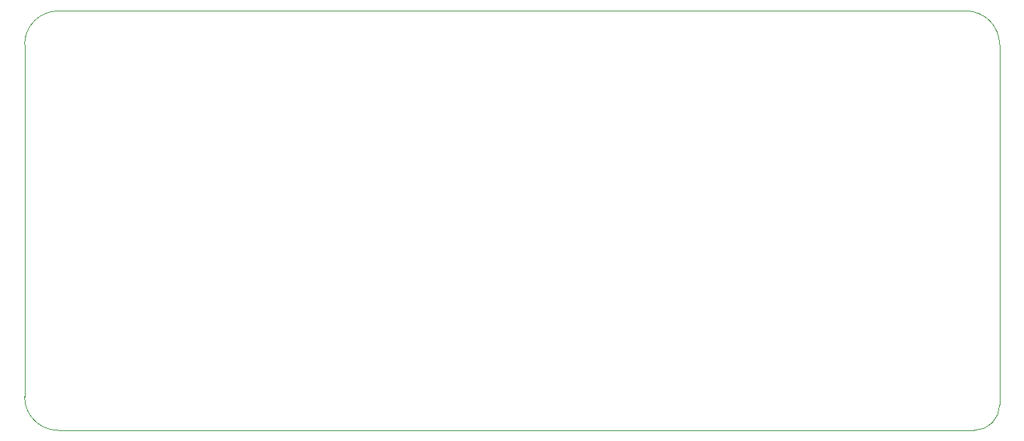
<source format=gbr>
G04 #@! TF.GenerationSoftware,KiCad,Pcbnew,5.1.1-8be2ce7~80~ubuntu16.04.1*
G04 #@! TF.CreationDate,2019-04-17T15:24:41+02:00*
G04 #@! TF.ProjectId,ConNano,436f6e4e-616e-46f2-9e6b-696361645f70,rev?*
G04 #@! TF.SameCoordinates,Original*
G04 #@! TF.FileFunction,Profile,NP*
%FSLAX46Y46*%
G04 Gerber Fmt 4.6, Leading zero omitted, Abs format (unit mm)*
G04 Created by KiCad (PCBNEW 5.1.1-8be2ce7~80~ubuntu16.04.1) date 2019-04-17 15:24:41*
%MOMM*%
%LPD*%
G04 APERTURE LIST*
%ADD10C,0.050000*%
G04 APERTURE END LIST*
D10*
X33000000Y-100000000D02*
X142000000Y-100000000D01*
X141000000Y-50000000D02*
X33000000Y-50000000D01*
X145000000Y-97000000D02*
X145000000Y-54000000D01*
X29000000Y-96000000D02*
X29000000Y-54000000D01*
X145000000Y-97000000D02*
G75*
G02X142000000Y-100000000I-3000000J0D01*
G01*
X33000000Y-100000000D02*
G75*
G02X29000000Y-96000000I0J4000000D01*
G01*
X29000000Y-54000000D02*
G75*
G02X33000000Y-50000000I4000000J0D01*
G01*
X141000000Y-50000000D02*
G75*
G02X145000000Y-54000000I0J-4000000D01*
G01*
M02*

</source>
